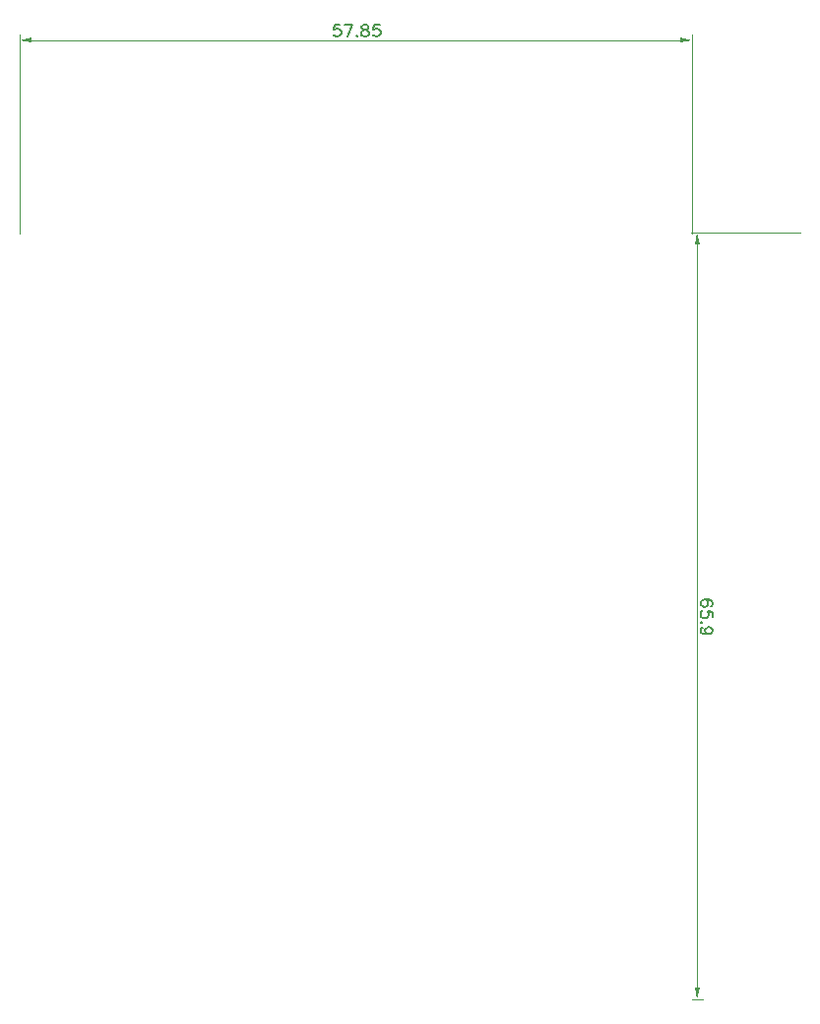
<source format=gbr>
%TF.GenerationSoftware,Novarm,DipTrace,3.3.1.3*%
%TF.CreationDate,2020-02-21T13:35:15+01:00*%
%FSLAX35Y35*%
%MOMM*%
%TF.FileFunction,Drawing,Top*%
%TF.Part,Single*%
%ADD13C,0.035*%
%ADD77C,0.15686*%
G75*
G01*
%LPD*%
X999998Y7575331D2*
D13*
Y9290665D1*
X6784831Y7575331D2*
Y9290665D1*
X3892415Y9240665D2*
X1099998D1*
G36*
X999998D2*
X1099998Y9260665D1*
Y9220665D1*
X999998Y9240665D1*
G37*
X3892415D2*
D13*
X6684831D1*
G36*
X6784831D2*
X6684831Y9220665D1*
Y9260665D1*
X6784831Y9240665D1*
G37*
Y999998D2*
D13*
X6876165D1*
X7715165Y7589665D2*
X6776165D1*
X6826165Y4294831D2*
Y1099998D1*
G36*
Y999998D2*
X6806165Y1099998D1*
X6846165D1*
X6826165Y999998D1*
G37*
Y4294831D2*
D13*
Y7489665D1*
G36*
Y7589665D2*
X6846165Y7489665D1*
X6806165D1*
X6826165Y7589665D1*
G37*
X3754854Y9373655D2*
D77*
X3706337D1*
X3701508Y9329968D1*
X3706337Y9334797D1*
X3720937Y9339738D1*
X3735425D1*
X3750025Y9334797D1*
X3759796Y9325138D1*
X3764625Y9310538D1*
Y9300880D1*
X3759796Y9286280D1*
X3750025Y9276509D1*
X3735425Y9271680D1*
X3720937D1*
X3706337Y9276509D1*
X3701508Y9281451D1*
X3696567Y9291109D1*
X3815427Y9271680D2*
X3864056Y9373655D1*
X3795998D1*
X3900258Y9281451D2*
X3895429Y9276509D1*
X3900258Y9271680D1*
X3905199Y9276509D1*
X3900258Y9281451D1*
X3960830Y9373655D2*
X3946343Y9368826D1*
X3941401Y9359168D1*
Y9349397D1*
X3946343Y9339738D1*
X3956001Y9334797D1*
X3975430Y9329968D1*
X3990030Y9325138D1*
X3999689Y9315368D1*
X4004518Y9305709D1*
Y9291109D1*
X3999689Y9281451D1*
X3994860Y9276509D1*
X3980260Y9271680D1*
X3960830D1*
X3946343Y9276509D1*
X3941401Y9281451D1*
X3936572Y9291109D1*
Y9305709D1*
X3941401Y9315368D1*
X3951172Y9325138D1*
X3965660Y9329968D1*
X3985089Y9334797D1*
X3994860Y9339738D1*
X3999689Y9349397D1*
Y9359168D1*
X3994860Y9368826D1*
X3980260Y9373655D1*
X3960830D1*
X4094178D2*
X4045661D1*
X4040832Y9329968D1*
X4045661Y9334797D1*
X4060261Y9339738D1*
X4074749D1*
X4089349Y9334797D1*
X4099120Y9325138D1*
X4103949Y9310538D1*
Y9300880D1*
X4099120Y9286280D1*
X4089349Y9276509D1*
X4074749Y9271680D1*
X4060261D1*
X4045661Y9276509D1*
X4040832Y9281451D1*
X4035891Y9291109D1*
X6944668Y4377847D2*
X6954326Y4382676D1*
X6959155Y4397276D1*
Y4406935D1*
X6954326Y4421535D1*
X6939726Y4431305D1*
X6915468Y4436135D1*
X6891209D1*
X6871780Y4431305D1*
X6862009Y4421535D1*
X6857180Y4406935D1*
Y4402105D1*
X6862009Y4387618D1*
X6871780Y4377847D1*
X6886380Y4373018D1*
X6891209D1*
X6905809Y4377847D1*
X6915468Y4387618D1*
X6920297Y4402105D1*
Y4406935D1*
X6915468Y4421535D1*
X6905809Y4431305D1*
X6891209Y4436135D1*
X6959155Y4283358D2*
Y4331874D1*
X6915468Y4336704D1*
X6920297Y4331874D1*
X6925238Y4317274D1*
Y4302787D1*
X6920297Y4288187D1*
X6910638Y4278416D1*
X6896038Y4273587D1*
X6886380D1*
X6871780Y4278416D1*
X6862009Y4288187D1*
X6857180Y4302787D1*
Y4317274D1*
X6862009Y4331874D1*
X6866951Y4336704D1*
X6876609Y4341645D1*
X6866951Y4237385D2*
X6862009Y4242214D1*
X6857180Y4237385D1*
X6862009Y4232443D1*
X6866951Y4237385D1*
X6925238Y4137842D2*
X6910638Y4142783D1*
X6900868Y4152442D1*
X6896038Y4167042D1*
Y4171871D1*
X6900868Y4186471D1*
X6910638Y4196129D1*
X6925238Y4201071D1*
X6930068D1*
X6944668Y4196129D1*
X6954326Y4186471D1*
X6959155Y4171871D1*
Y4167042D1*
X6954326Y4152442D1*
X6944668Y4142783D1*
X6925238Y4137842D1*
X6900868D1*
X6876609Y4142783D1*
X6862009Y4152442D1*
X6857180Y4167042D1*
Y4176700D1*
X6862009Y4191300D1*
X6871780Y4196129D1*
M02*

</source>
